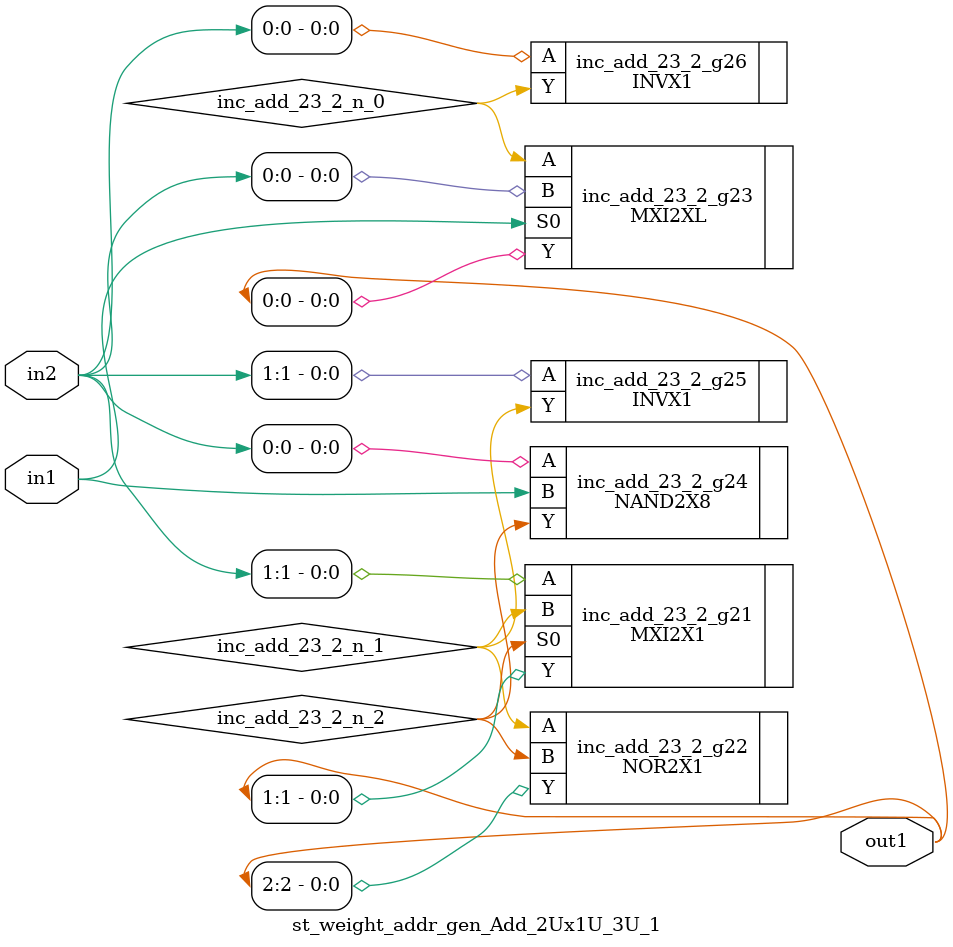
<source format=v>
`timescale 1ps / 1ps


module st_weight_addr_gen_Add_2Ux1U_3U_1(in2, in1, out1);
  input [1:0] in2;
  input in1;
  output [2:0] out1;
  wire [1:0] in2;
  wire in1;
  wire [2:0] out1;
  wire inc_add_23_2_n_0, inc_add_23_2_n_1, inc_add_23_2_n_2;
  MXI2X1 inc_add_23_2_g21(.A (in2[1]), .B (inc_add_23_2_n_1), .S0
       (inc_add_23_2_n_2), .Y (out1[1]));
  NOR2X1 inc_add_23_2_g22(.A (inc_add_23_2_n_1), .B (inc_add_23_2_n_2),
       .Y (out1[2]));
  MXI2XL inc_add_23_2_g23(.A (inc_add_23_2_n_0), .B (in2[0]), .S0
       (in1), .Y (out1[0]));
  NAND2X8 inc_add_23_2_g24(.A (in2[0]), .B (in1), .Y
       (inc_add_23_2_n_2));
  INVX1 inc_add_23_2_g25(.A (in2[1]), .Y (inc_add_23_2_n_1));
  INVX1 inc_add_23_2_g26(.A (in2[0]), .Y (inc_add_23_2_n_0));
endmodule



</source>
